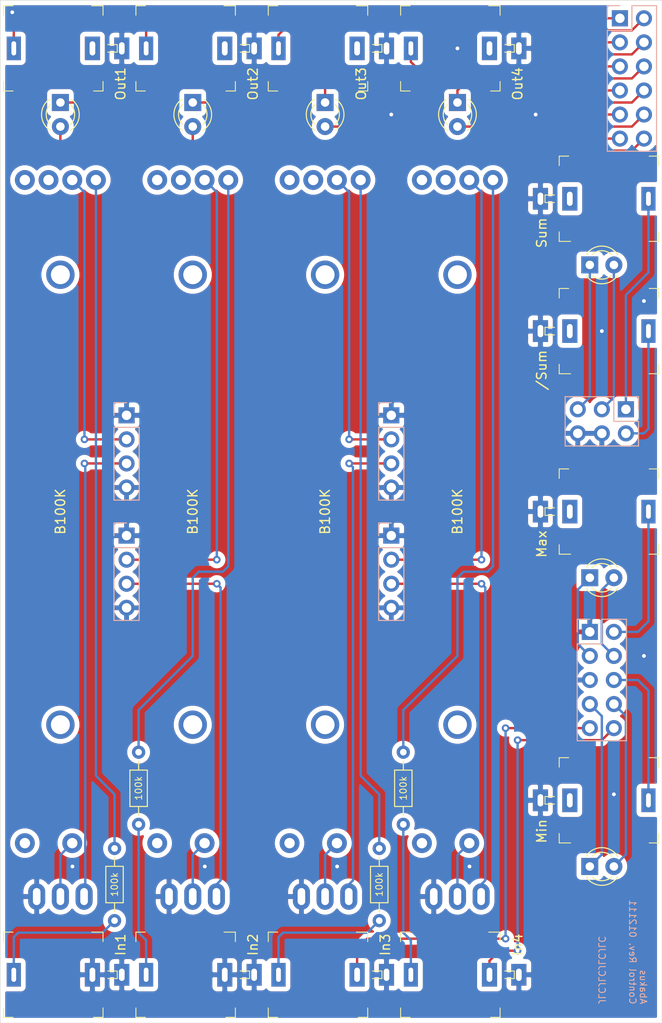
<source format=kicad_pcb>
(kicad_pcb (version 20171130) (host pcbnew "(5.1.9)-1")
  (layers (0 F.Cu signal) (31 B.Cu signal) (34 B.Paste user) (35 F.Paste user) (36 B.SilkS user) (37 F.SilkS user) (38 B.Mask user) (39 F.Mask user) (44 Edge.Cuts user))
  (net 0 "")
  (net 1 GND)
  (net 2 "Net-(J1-PadT)")
  (net 3 "Net-(J2-PadT)")
  (net 4 "Net-(J3-PadT)")
  (net 5 "Net-(J4-PadT)")
  (net 6 "Net-(P1-PadCCW)")
  (net 7 "Net-(P1-PadW)")
  (net 8 "Net-(P2-PadCCW)")
  (net 9 "Net-(P2-PadW)")
  (net 10 "Net-(P3-PadCCW)")
  (net 11 "Net-(P3-PadW)")
  (net 12 "Net-(P4-PadCCW)")
  (net 13 "Net-(P4-PadW)")
  (net 14 LED_Out_1_2)
  (net 15 LED_Out_1_1)
  (net 16 LED_Out_2_2)
  (net 17 LED_Out_2_1)
  (net 18 LED_Out_3_2)
  (net 19 LED_Out_3_1)
  (net 20 LED_Out_4_2)
  (net 21 LED_Out_4_1)
  (net 22 LED_Min_2)
  (net 23 LED_Min_1)
  (net 24 LED_Sum_2)
  (net 25 LED_Sum_1)
  (net 26 LED_Max_2)
  (net 27 LED_Max_1)
  (net 28 Out1)
  (net 29 Out2)
  (net 30 Out3)
  (net 31 Out4)
  (net 32 Inv_Sum)
  (net 33 Sum)
  (net 34 Max)
  (net 35 Min)
  (net 36 +In1)
  (net 37 +In2)
  (net 38 +In3)
  (net 39 +In4)
  (net 40 -In1)
  (net 41 -In2)
  (net 42 -In3)
  (net 43 -In4)
  (net 44 +5V)
  (net 45 +10V)
  (module Switches_Toggle_Additional:SMTS-102-2xxx (layer F.Cu) (at 48.26 94.615 180)
    (fp_text reference SW4 hide)
    (fp_text value Att/AV4 hide)
    (pad 3 thru_hole oval (at 2.5 0 180) (size 1.8 2.8) (drill oval 0.8 1.8) (layers *.Cu *.Mask) (net 1 GND))
    (pad 1 thru_hole oval (at -2.5 0 180) (size 1.8 2.8) (drill oval 0.8 1.8) (layers *.Cu *.Mask) (net 43 -In4))
    (pad 2 thru_hole oval (at 0 0 180) (size 1.8 2.8) (drill oval 0.8 1.8) (layers *.Cu *.Mask) (net 12 "Net-(P4-PadCCW)"))
  )
  (module Switches_Toggle_Additional:SMTS-102-2xxx (layer F.Cu) (at 34.29 94.615 180)
    (fp_text reference SW3 hide)
    (fp_text value Att/AV3 hide)
    (pad 3 thru_hole oval (at 2.5 0 180) (size 1.8 2.8) (drill oval 0.8 1.8) (layers *.Cu *.Mask) (net 1 GND))
    (pad 1 thru_hole oval (at -2.5 0 180) (size 1.8 2.8) (drill oval 0.8 1.8) (layers *.Cu *.Mask) (net 42 -In3))
    (pad 2 thru_hole oval (at 0 0 180) (size 1.8 2.8) (drill oval 0.8 1.8) (layers *.Cu *.Mask) (net 10 "Net-(P3-PadCCW)"))
  )
  (module Switches_Toggle_Additional:SMTS-102-2xxx (layer F.Cu) (at 20.32 94.615 180)
    (fp_text reference SW2 hide)
    (fp_text value Att/AV2 hide)
    (pad 3 thru_hole oval (at 2.5 0 180) (size 1.8 2.8) (drill oval 0.8 1.8) (layers *.Cu *.Mask) (net 1 GND))
    (pad 1 thru_hole oval (at -2.5 0 180) (size 1.8 2.8) (drill oval 0.8 1.8) (layers *.Cu *.Mask) (net 41 -In2))
    (pad 2 thru_hole oval (at 0 0 180) (size 1.8 2.8) (drill oval 0.8 1.8) (layers *.Cu *.Mask) (net 8 "Net-(P2-PadCCW)"))
  )
  (module Switches_Toggle_Additional:SMTS-102-2xxx (layer F.Cu) (at 6.35 94.615 180)
    (fp_text reference SW1 hide)
    (fp_text value Att/AV1 hide)
    (pad 3 thru_hole oval (at 2.5 0 180) (size 1.8 2.8) (drill oval 0.8 1.8) (layers *.Cu *.Mask) (net 1 GND))
    (pad 1 thru_hole oval (at -2.5 0 180) (size 1.8 2.8) (drill oval 0.8 1.8) (layers *.Cu *.Mask) (net 40 -In1))
    (pad 2 thru_hole oval (at 0 0 180) (size 1.8 2.8) (drill oval 0.8 1.8) (layers *.Cu *.Mask) (net 6 "Net-(P1-PadCCW)"))
  )
  (module Potentiometer_THT_Additional:Potentiometer_AlpsAlpine_RS6011YA9A07 (layer F.Cu) (at 48.26 53.975)
    (fp_text reference P4 hide)
    (fp_text value B100K (at 0 0 90) (layer F.SilkS))
    (pad CCW thru_hole circle (at 1.25 35) (size 2.1 2.1) (drill 1.1) (layers *.Cu *.Mask) (net 12 "Net-(P4-PadCCW)"))
    (pad "" np_thru_hole circle (at -3.75 35) (size 2.1 2.1) (drill 1.1) (layers *.Cu *.Mask))
    (pad W thru_hole circle (at 3.75 -35) (size 2.1 2.1) (drill 1.1) (layers *.Cu *.Mask) (net 13 "Net-(P4-PadW)"))
    (pad CW thru_hole circle (at 1.25 -35) (size 2.1 2.1) (drill 1.1) (layers *.Cu *.Mask) (net 39 +In4))
    (pad "" np_thru_hole circle (at -1.25 -35) (size 2.1 2.1) (drill 1.1) (layers *.Cu *.Mask))
    (pad "" np_thru_hole circle (at -3.75 -35) (size 2.1 2.1) (drill 1.1) (layers *.Cu *.Mask))
    (pad "" np_thru_hole circle (at 0 -25) (size 3 3) (drill 2) (layers *.Cu *.Mask))
    (pad "" np_thru_hole circle (at 0 22.5) (size 3 3) (drill 2) (layers *.Cu *.Mask))
  )
  (module Connector_PinSocket_2.54mm:PinSocket_2x05_P2.54mm_Vertical (layer B.Cu) (at 62.23 66.675 180)
    (fp_text reference J19 hide)
    (fp_text value MinMax)
    (pad 10 thru_hole oval (at -2.54 -10.16 180) (size 1.7 1.7) (drill 1) (layers *.Cu *.Mask) (net 45 +10V))
    (pad 9 thru_hole oval (at 0 -10.16 180) (size 1.7 1.7) (drill 1) (layers *.Cu *.Mask) (net 44 +5V))
    (pad 8 thru_hole oval (at -2.54 -7.62 180) (size 1.7 1.7) (drill 1) (layers *.Cu *.Mask) (net 22 LED_Min_2))
    (pad 7 thru_hole oval (at 0 -7.62 180) (size 1.7 1.7) (drill 1) (layers *.Cu *.Mask) (net 23 LED_Min_1))
    (pad 6 thru_hole oval (at -2.54 -5.08 180) (size 1.7 1.7) (drill 1) (layers *.Cu *.Mask) (net 35 Min))
    (pad 5 thru_hole oval (at 0 -5.08 180) (size 1.7 1.7) (drill 1) (layers *.Cu *.Mask) (net 1 GND))
    (pad 4 thru_hole oval (at -2.54 -2.54 180) (size 1.7 1.7) (drill 1) (layers *.Cu *.Mask) (net 26 LED_Max_2))
    (pad 3 thru_hole oval (at 0 -2.54 180) (size 1.7 1.7) (drill 1) (layers *.Cu *.Mask) (net 27 LED_Max_1))
    (pad 2 thru_hole oval (at -2.54 0 180) (size 1.7 1.7) (drill 1) (layers *.Cu *.Mask) (net 34 Max))
    (pad 1 thru_hole rect (at 0 0 180) (size 1.7 1.7) (drill 1) (layers *.Cu *.Mask) (net 1 GND))
  )
  (module Connector_PinSocket_2.54mm:PinSocket_2x03_P2.54mm_Vertical (layer B.Cu) (at 66.04 43.18 90)
    (fp_text reference J18 hide)
    (fp_text value Sum)
    (pad 6 thru_hole oval (at -2.54 -5.08 90) (size 1.7 1.7) (drill 1) (layers *.Cu *.Mask) (net 1 GND))
    (pad 5 thru_hole oval (at 0 -5.08 90) (size 1.7 1.7) (drill 1) (layers *.Cu *.Mask) (net 25 LED_Sum_1))
    (pad 4 thru_hole oval (at -2.54 -2.54 90) (size 1.7 1.7) (drill 1) (layers *.Cu *.Mask) (net 1 GND))
    (pad 3 thru_hole oval (at 0 -2.54 90) (size 1.7 1.7) (drill 1) (layers *.Cu *.Mask) (net 24 LED_Sum_2))
    (pad 2 thru_hole oval (at -2.54 0 90) (size 1.7 1.7) (drill 1) (layers *.Cu *.Mask) (net 32 Inv_Sum))
    (pad 1 thru_hole rect (at 0 0 90) (size 1.7 1.7) (drill 1) (layers *.Cu *.Mask) (net 33 Sum))
  )
  (module Connector_PinSocket_2.54mm:PinSocket_1x04_P2.54mm_Vertical (layer B.Cu) (at 41.275 56.515 180)
    (fp_text reference J17 hide)
    (fp_text value In4)
    (pad 4 thru_hole oval (at 0 -7.62 180) (size 1.7 1.7) (drill 1) (layers *.Cu *.Mask) (net 1 GND))
    (pad 3 thru_hole oval (at 0 -5.08 180) (size 1.7 1.7) (drill 1) (layers *.Cu *.Mask) (net 43 -In4))
    (pad 2 thru_hole oval (at 0 -2.54 180) (size 1.7 1.7) (drill 1) (layers *.Cu *.Mask) (net 39 +In4))
    (pad 1 thru_hole rect (at 0 0 180) (size 1.7 1.7) (drill 1) (layers *.Cu *.Mask) (net 1 GND))
  )
  (module Connector_PinSocket_2.54mm:PinSocket_1x04_P2.54mm_Vertical (layer B.Cu) (at 41.275 43.815 180)
    (fp_text reference J16 hide)
    (fp_text value In3)
    (pad 4 thru_hole oval (at 0 -7.62 180) (size 1.7 1.7) (drill 1) (layers *.Cu *.Mask) (net 1 GND))
    (pad 3 thru_hole oval (at 0 -5.08 180) (size 1.7 1.7) (drill 1) (layers *.Cu *.Mask) (net 42 -In3))
    (pad 2 thru_hole oval (at 0 -2.54 180) (size 1.7 1.7) (drill 1) (layers *.Cu *.Mask) (net 38 +In3))
    (pad 1 thru_hole rect (at 0 0 180) (size 1.7 1.7) (drill 1) (layers *.Cu *.Mask) (net 1 GND))
  )
  (module Connector_PinSocket_2.54mm:PinSocket_1x04_P2.54mm_Vertical (layer B.Cu) (at 13.335 56.515 180)
    (fp_text reference J15 hide)
    (fp_text value In2)
    (pad 4 thru_hole oval (at 0 -7.62 180) (size 1.7 1.7) (drill 1) (layers *.Cu *.Mask) (net 1 GND))
    (pad 3 thru_hole oval (at 0 -5.08 180) (size 1.7 1.7) (drill 1) (layers *.Cu *.Mask) (net 41 -In2))
    (pad 2 thru_hole oval (at 0 -2.54 180) (size 1.7 1.7) (drill 1) (layers *.Cu *.Mask) (net 37 +In2))
    (pad 1 thru_hole rect (at 0 0 180) (size 1.7 1.7) (drill 1) (layers *.Cu *.Mask) (net 1 GND))
  )
  (module Connector_PinSocket_2.54mm:PinSocket_1x04_P2.54mm_Vertical (layer B.Cu) (at 13.335 43.815 180)
    (fp_text reference J14 hide)
    (fp_text value In1)
    (pad 4 thru_hole oval (at 0 -7.62 180) (size 1.7 1.7) (drill 1) (layers *.Cu *.Mask) (net 1 GND))
    (pad 3 thru_hole oval (at 0 -5.08 180) (size 1.7 1.7) (drill 1) (layers *.Cu *.Mask) (net 40 -In1))
    (pad 2 thru_hole oval (at 0 -2.54 180) (size 1.7 1.7) (drill 1) (layers *.Cu *.Mask) (net 36 +In1))
    (pad 1 thru_hole rect (at 0 0 180) (size 1.7 1.7) (drill 1) (layers *.Cu *.Mask) (net 1 GND))
  )
  (module Connector_PinSocket_2.54mm:PinSocket_2x06_P2.54mm_Vertical (layer B.Cu) (at 65.405 1.905 180)
    (fp_text reference J13 hide)
    (fp_text value Out)
    (pad 12 thru_hole oval (at -2.54 -12.7 180) (size 1.7 1.7) (drill 1) (layers *.Cu *.Mask) (net 14 LED_Out_1_2))
    (pad 11 thru_hole oval (at 0 -12.7 180) (size 1.7 1.7) (drill 1) (layers *.Cu *.Mask) (net 15 LED_Out_1_1))
    (pad 10 thru_hole oval (at -2.54 -10.16 180) (size 1.7 1.7) (drill 1) (layers *.Cu *.Mask) (net 16 LED_Out_2_2))
    (pad 9 thru_hole oval (at 0 -10.16 180) (size 1.7 1.7) (drill 1) (layers *.Cu *.Mask) (net 17 LED_Out_2_1))
    (pad 8 thru_hole oval (at -2.54 -7.62 180) (size 1.7 1.7) (drill 1) (layers *.Cu *.Mask) (net 20 LED_Out_4_2))
    (pad 7 thru_hole oval (at 0 -7.62 180) (size 1.7 1.7) (drill 1) (layers *.Cu *.Mask) (net 21 LED_Out_4_1))
    (pad 6 thru_hole oval (at -2.54 -5.08 180) (size 1.7 1.7) (drill 1) (layers *.Cu *.Mask) (net 18 LED_Out_3_2))
    (pad 5 thru_hole oval (at 0 -5.08 180) (size 1.7 1.7) (drill 1) (layers *.Cu *.Mask) (net 19 LED_Out_3_1))
    (pad 4 thru_hole oval (at -2.54 -2.54 180) (size 1.7 1.7) (drill 1) (layers *.Cu *.Mask) (net 31 Out4))
    (pad 3 thru_hole oval (at 0 -2.54 180) (size 1.7 1.7) (drill 1) (layers *.Cu *.Mask) (net 30 Out3))
    (pad 2 thru_hole oval (at -2.54 0 180) (size 1.7 1.7) (drill 1) (layers *.Cu *.Mask) (net 29 Out2))
    (pad 1 thru_hole rect (at 0 0 180) (size 1.7 1.7) (drill 1) (layers *.Cu *.Mask) (net 28 Out1))
  )
  (module Resistor_THT:R_Axial_DIN0204_L3.6mm_D1.6mm_P7.62mm_Horizontal (layer F.Cu) (at 42.545 79.375 270)
    (fp_text reference R4 hide)
    (fp_text value 100k (at 3.81 0 90) (layer F.SilkS) (effects (font (size 0.7 0.7) (thickness 0.1))))
    (pad 2 thru_hole oval (at 7.62 0 270) (size 1.4 1.4) (drill 0.7) (layers *.Cu *.Mask) (net 5 "Net-(J4-PadT)"))
    (pad 1 thru_hole circle (at 0 0 270) (size 1.4 1.4) (drill 0.7) (layers *.Cu *.Mask) (net 13 "Net-(P4-PadW)"))
  )
  (module Resistor_THT:R_Axial_DIN0204_L3.6mm_D1.6mm_P7.62mm_Horizontal (layer F.Cu) (at 40.005 89.535 270)
    (fp_text reference R3 hide)
    (fp_text value 100k (at 3.81 0 90) (layer F.SilkS) (effects (font (size 0.7 0.7) (thickness 0.1))))
    (pad 2 thru_hole oval (at 7.62 0 270) (size 1.4 1.4) (drill 0.7) (layers *.Cu *.Mask) (net 4 "Net-(J3-PadT)"))
    (pad 1 thru_hole circle (at 0 0 270) (size 1.4 1.4) (drill 0.7) (layers *.Cu *.Mask) (net 11 "Net-(P3-PadW)"))
  )
  (module Resistor_THT:R_Axial_DIN0204_L3.6mm_D1.6mm_P7.62mm_Horizontal (layer F.Cu) (at 14.605 79.375 270)
    (fp_text reference R2 hide)
    (fp_text value 100k (at 3.81 0 90) (layer F.SilkS) (effects (font (size 0.7 0.7) (thickness 0.1))))
    (pad 2 thru_hole oval (at 7.62 0 270) (size 1.4 1.4) (drill 0.7) (layers *.Cu *.Mask) (net 3 "Net-(J2-PadT)"))
    (pad 1 thru_hole circle (at 0 0 270) (size 1.4 1.4) (drill 0.7) (layers *.Cu *.Mask) (net 9 "Net-(P2-PadW)"))
  )
  (module Resistor_THT:R_Axial_DIN0204_L3.6mm_D1.6mm_P7.62mm_Horizontal (layer F.Cu) (at 12.065 89.535 270)
    (fp_text reference R1 hide)
    (fp_text value 100k (at 3.81 0 90) (layer F.SilkS) (effects (font (size 0.7 0.7) (thickness 0.1))))
    (pad 2 thru_hole oval (at 7.62 0 270) (size 1.4 1.4) (drill 0.7) (layers *.Cu *.Mask) (net 2 "Net-(J1-PadT)"))
    (pad 1 thru_hole circle (at 0 0 270) (size 1.4 1.4) (drill 0.7) (layers *.Cu *.Mask) (net 7 "Net-(P1-PadW)"))
  )
  (module Connector_Audio_QingPu:Jack_3.5mm_QingPu_WQP-PJ301M-12 (layer F.Cu) (at 63.5 84.455 270)
    (fp_text reference J12 hide)
    (fp_text value Min (at 1.905 6.35 90) (layer F.SilkS) (effects (justify right)))
    (pad T thru_hole rect (at 0 -4.92 270) (size 2.5 1.5) (drill oval 1.5 0.5) (layers *.Cu *.Mask) (net 35 Min))
    (pad TN thru_hole rect (at 0 3.38 270) (size 2.5 1.6) (drill oval 1.5 0.6) (layers *.Cu *.Mask))
    (pad S thru_hole rect (at 0 6.48 270) (size 2.3 1.6) (drill oval 1.3 0.6) (layers *.Cu *.Mask) (net 1 GND))
  )
  (module Connector_Audio_QingPu:Jack_3.5mm_QingPu_WQP-PJ301M-12 (layer F.Cu) (at 63.5 53.975 270)
    (fp_text reference J11 hide)
    (fp_text value Max (at 1.905 6.35 90) (layer F.SilkS) (effects (justify right)))
    (pad T thru_hole rect (at 0 -4.92 270) (size 2.5 1.5) (drill oval 1.5 0.5) (layers *.Cu *.Mask) (net 34 Max))
    (pad TN thru_hole rect (at 0 3.38 270) (size 2.5 1.6) (drill oval 1.5 0.6) (layers *.Cu *.Mask))
    (pad S thru_hole rect (at 0 6.48 270) (size 2.3 1.6) (drill oval 1.3 0.6) (layers *.Cu *.Mask) (net 1 GND))
  )
  (module Connector_Audio_QingPu:Jack_3.5mm_QingPu_WQP-PJ301M-12 (layer F.Cu) (at 63.5 20.955 270)
    (fp_text reference J10 hide)
    (fp_text value Sum (at 1.905 6.35 90) (layer F.SilkS) (effects (justify right)))
    (pad T thru_hole rect (at 0 -4.92 270) (size 2.5 1.5) (drill oval 1.5 0.5) (layers *.Cu *.Mask) (net 33 Sum))
    (pad TN thru_hole rect (at 0 3.38 270) (size 2.5 1.6) (drill oval 1.5 0.6) (layers *.Cu *.Mask))
    (pad S thru_hole rect (at 0 6.48 270) (size 2.3 1.6) (drill oval 1.3 0.6) (layers *.Cu *.Mask) (net 1 GND))
  )
  (module Connector_Audio_QingPu:Jack_3.5mm_QingPu_WQP-PJ301M-12 (layer F.Cu) (at 63.5 34.925 270)
    (fp_text reference J9 hide)
    (fp_text value /Sum (at 1.905 6.35 90) (layer F.SilkS) (effects (justify right)))
    (pad T thru_hole rect (at 0 -4.92 270) (size 2.5 1.5) (drill oval 1.5 0.5) (layers *.Cu *.Mask) (net 32 Inv_Sum))
    (pad TN thru_hole rect (at 0 3.38 270) (size 2.5 1.6) (drill oval 1.5 0.6) (layers *.Cu *.Mask))
    (pad S thru_hole rect (at 0 6.48 270) (size 2.3 1.6) (drill oval 1.3 0.6) (layers *.Cu *.Mask) (net 1 GND))
  )
  (module LED_THT:LED_D3.0mm (layer F.Cu) (at 62.23 60.96)
    (fp_text reference D7 hide)
    (fp_text value Max hide)
    (pad 2 thru_hole circle (at 2.54 0) (size 1.8 1.8) (drill 0.9) (layers *.Cu *.Mask) (net 26 LED_Max_2))
    (pad 1 thru_hole rect (at 0 0) (size 1.8 1.8) (drill 0.9) (layers *.Cu *.Mask) (net 27 LED_Max_1))
  )
  (module LED_THT:LED_D3.0mm (layer F.Cu) (at 62.23 27.94)
    (fp_text reference D6 hide)
    (fp_text value Sum hide)
    (pad 2 thru_hole circle (at 2.54 0) (size 1.8 1.8) (drill 0.9) (layers *.Cu *.Mask) (net 24 LED_Sum_2))
    (pad 1 thru_hole rect (at 0 0) (size 1.8 1.8) (drill 0.9) (layers *.Cu *.Mask) (net 25 LED_Sum_1))
  )
  (module LED_THT:LED_D3.0mm (layer F.Cu) (at 62.23 91.44)
    (fp_text reference D5 hide)
    (fp_text value Min hide)
    (pad 2 thru_hole circle (at 2.54 0) (size 1.8 1.8) (drill 0.9) (layers *.Cu *.Mask) (net 22 LED_Min_2))
    (pad 1 thru_hole rect (at 0 0) (size 1.8 1.8) (drill 0.9) (layers *.Cu *.Mask) (net 23 LED_Min_1))
  )
  (module LED_THT:LED_D3.0mm (layer F.Cu) (at 48.26 10.795 270)
    (fp_text reference D4 hide)
    (fp_text value Out4 hide)
    (pad 2 thru_hole circle (at 2.54 0 270) (size 1.8 1.8) (drill 0.9) (layers *.Cu *.Mask) (net 20 LED_Out_4_2))
    (pad 1 thru_hole rect (at 0 0 270) (size 1.8 1.8) (drill 0.9) (layers *.Cu *.Mask) (net 21 LED_Out_4_1))
  )
  (module LED_THT:LED_D3.0mm (layer F.Cu) (at 34.29 10.795 270)
    (fp_text reference D3 hide)
    (fp_text value Out3 hide)
    (pad 2 thru_hole circle (at 2.54 0 270) (size 1.8 1.8) (drill 0.9) (layers *.Cu *.Mask) (net 18 LED_Out_3_2))
    (pad 1 thru_hole rect (at 0 0 270) (size 1.8 1.8) (drill 0.9) (layers *.Cu *.Mask) (net 19 LED_Out_3_1))
  )
  (module LED_THT:LED_D3.0mm (layer F.Cu) (at 20.32 10.795 270)
    (fp_text reference D2 hide)
    (fp_text value Out2 hide)
    (pad 2 thru_hole circle (at 2.54 0 270) (size 1.8 1.8) (drill 0.9) (layers *.Cu *.Mask) (net 16 LED_Out_2_2))
    (pad 1 thru_hole rect (at 0 0 270) (size 1.8 1.8) (drill 0.9) (layers *.Cu *.Mask) (net 17 LED_Out_2_1))
  )
  (module LED_THT:LED_D3.0mm (layer F.Cu) (at 6.35 10.795 270)
    (fp_text reference D1 hide)
    (fp_text value Out1 hide)
    (pad 2 thru_hole circle (at 2.54 0 270) (size 1.8 1.8) (drill 0.9) (layers *.Cu *.Mask) (net 14 LED_Out_1_2))
    (pad 1 thru_hole rect (at 0 0 270) (size 1.8 1.8) (drill 0.9) (layers *.Cu *.Mask) (net 15 LED_Out_1_1))
  )
  (module Potentiometer_THT_Additional:Potentiometer_AlpsAlpine_RS6011YA9A07 (layer F.Cu) (at 34.29 53.975)
    (fp_text reference P3 hide)
    (fp_text value B100K (at 0 0 90) (layer F.SilkS))
    (pad CCW thru_hole circle (at 1.25 35) (size 2.1 2.1) (drill 1.1) (layers *.Cu *.Mask) (net 10 "Net-(P3-PadCCW)"))
    (pad "" np_thru_hole circle (at -3.75 35) (size 2.1 2.1) (drill 1.1) (layers *.Cu *.Mask))
    (pad W thru_hole circle (at 3.75 -35) (size 2.1 2.1) (drill 1.1) (layers *.Cu *.Mask) (net 11 "Net-(P3-PadW)"))
    (pad CW thru_hole circle (at 1.25 -35) (size 2.1 2.1) (drill 1.1) (layers *.Cu *.Mask) (net 38 +In3))
    (pad "" np_thru_hole circle (at -1.25 -35) (size 2.1 2.1) (drill 1.1) (layers *.Cu *.Mask))
    (pad "" np_thru_hole circle (at -3.75 -35) (size 2.1 2.1) (drill 1.1) (layers *.Cu *.Mask))
    (pad "" np_thru_hole circle (at 0 -25) (size 3 3) (drill 2) (layers *.Cu *.Mask))
    (pad "" np_thru_hole circle (at 0 22.5) (size 3 3) (drill 2) (layers *.Cu *.Mask))
  )
  (module Potentiometer_THT_Additional:Potentiometer_AlpsAlpine_RS6011YA9A07 (layer F.Cu) (at 20.32 53.975)
    (fp_text reference P2 hide)
    (fp_text value B100K (at 0 0 90) (layer F.SilkS))
    (pad CCW thru_hole circle (at 1.25 35) (size 2.1 2.1) (drill 1.1) (layers *.Cu *.Mask) (net 8 "Net-(P2-PadCCW)"))
    (pad "" np_thru_hole circle (at -3.75 35) (size 2.1 2.1) (drill 1.1) (layers *.Cu *.Mask))
    (pad W thru_hole circle (at 3.75 -35) (size 2.1 2.1) (drill 1.1) (layers *.Cu *.Mask) (net 9 "Net-(P2-PadW)"))
    (pad CW thru_hole circle (at 1.25 -35) (size 2.1 2.1) (drill 1.1) (layers *.Cu *.Mask) (net 37 +In2))
    (pad "" np_thru_hole circle (at -1.25 -35) (size 2.1 2.1) (drill 1.1) (layers *.Cu *.Mask))
    (pad "" np_thru_hole circle (at -3.75 -35) (size 2.1 2.1) (drill 1.1) (layers *.Cu *.Mask))
    (pad "" np_thru_hole circle (at 0 -25) (size 3 3) (drill 2) (layers *.Cu *.Mask))
    (pad "" np_thru_hole circle (at 0 22.5) (size 3 3) (drill 2) (layers *.Cu *.Mask))
  )
  (module Potentiometer_THT_Additional:Potentiometer_AlpsAlpine_RS6011YA9A07 (layer F.Cu) (at 6.35 53.975)
    (fp_text reference P1 hide)
    (fp_text value B100K (at 0 0 90) (layer F.SilkS))
    (pad CCW thru_hole circle (at 1.25 35) (size 2.1 2.1) (drill 1.1) (layers *.Cu *.Mask) (net 6 "Net-(P1-PadCCW)"))
    (pad "" np_thru_hole circle (at -3.75 35) (size 2.1 2.1) (drill 1.1) (layers *.Cu *.Mask))
    (pad W thru_hole circle (at 3.75 -35) (size 2.1 2.1) (drill 1.1) (layers *.Cu *.Mask) (net 7 "Net-(P1-PadW)"))
    (pad CW thru_hole circle (at 1.25 -35) (size 2.1 2.1) (drill 1.1) (layers *.Cu *.Mask) (net 36 +In1))
    (pad "" np_thru_hole circle (at -1.25 -35) (size 2.1 2.1) (drill 1.1) (layers *.Cu *.Mask))
    (pad "" np_thru_hole circle (at -3.75 -35) (size 2.1 2.1) (drill 1.1) (layers *.Cu *.Mask))
    (pad "" np_thru_hole circle (at 0 -25) (size 3 3) (drill 2) (layers *.Cu *.Mask))
    (pad "" np_thru_hole circle (at 0 22.5) (size 3 3) (drill 2) (layers *.Cu *.Mask))
  )
  (module Connector_Audio_QingPu:Jack_3.5mm_QingPu_WQP-PJ301M-12 (layer F.Cu) (at 48.26 5.08 90)
    (fp_text reference J8 hide)
    (fp_text value Out4 (at -1.905 6.35 90) (layer F.SilkS) (effects (justify right)))
    (pad T thru_hole rect (at 0 -4.92 90) (size 2.5 1.5) (drill oval 1.5 0.5) (layers *.Cu *.Mask) (net 31 Out4))
    (pad TN thru_hole rect (at 0 3.38 90) (size 2.5 1.6) (drill oval 1.5 0.6) (layers *.Cu *.Mask))
    (pad S thru_hole rect (at 0 6.48 90) (size 2.3 1.6) (drill oval 1.3 0.6) (layers *.Cu *.Mask) (net 1 GND))
  )
  (module Connector_Audio_QingPu:Jack_3.5mm_QingPu_WQP-PJ301M-12 (layer F.Cu) (at 34.29 5.08 90)
    (fp_text reference J7 hide)
    (fp_text value Out3 (at -1.905 3.81 90) (layer F.SilkS) (effects (justify right)))
    (pad T thru_hole rect (at 0 -4.92 90) (size 2.5 1.5) (drill oval 1.5 0.5) (layers *.Cu *.Mask) (net 30 Out3))
    (pad TN thru_hole rect (at 0 3.38 90) (size 2.5 1.6) (drill oval 1.5 0.6) (layers *.Cu *.Mask))
    (pad S thru_hole rect (at 0 6.48 90) (size 2.3 1.6) (drill oval 1.3 0.6) (layers *.Cu *.Mask) (net 1 GND))
  )
  (module Connector_Audio_QingPu:Jack_3.5mm_QingPu_WQP-PJ301M-12 (layer F.Cu) (at 20.32 5.08 90)
    (fp_text reference J6 hide)
    (fp_text value Out2 (at -1.905 6.35 90) (layer F.SilkS) (effects (justify right)))
    (pad T thru_hole rect (at 0 -4.92 90) (size 2.5 1.5) (drill oval 1.5 0.5) (layers *.Cu *.Mask) (net 29 Out2))
    (pad TN thru_hole rect (at 0 3.38 90) (size 2.5 1.6) (drill oval 1.5 0.6) (layers *.Cu *.Mask))
    (pad S thru_hole rect (at 0 6.48 90) (size 2.3 1.6) (drill oval 1.3 0.6) (layers *.Cu *.Mask) (net 1 GND))
  )
  (module Connector_Audio_QingPu:Jack_3.5mm_QingPu_WQP-PJ301M-12 (layer F.Cu) (at 6.35 5.08 90)
    (fp_text reference J5 hide)
    (fp_text value Out1 (at -1.905 6.35 90) (layer F.SilkS) (effects (justify right)))
    (pad T thru_hole rect (at 0 -4.92 90) (size 2.5 1.5) (drill oval 1.5 0.5) (layers *.Cu *.Mask) (net 28 Out1))
    (pad TN thru_hole rect (at 0 3.38 90) (size 2.5 1.6) (drill oval 1.5 0.6) (layers *.Cu *.Mask))
    (pad S thru_hole rect (at 0 6.48 90) (size 2.3 1.6) (drill oval 1.3 0.6) (layers *.Cu *.Mask) (net 1 GND))
  )
  (module Connector_Audio_QingPu:Jack_3.5mm_QingPu_WQP-PJ301M-12 (layer F.Cu) (at 48.26 102.87 90)
    (fp_text reference J4 hide)
    (fp_text value In4 (at 1.905 6.35 90) (layer F.SilkS) (effects (justify left)))
    (pad T thru_hole rect (at 0 -4.92 90) (size 2.5 1.5) (drill oval 1.5 0.5) (layers *.Cu *.Mask) (net 5 "Net-(J4-PadT)"))
    (pad TN thru_hole rect (at 0 3.38 90) (size 2.5 1.6) (drill oval 1.5 0.6) (layers *.Cu *.Mask) (net 45 +10V))
    (pad S thru_hole rect (at 0 6.48 90) (size 2.3 1.6) (drill oval 1.3 0.6) (layers *.Cu *.Mask) (net 1 GND))
  )
  (module Connector_Audio_QingPu:Jack_3.5mm_QingPu_WQP-PJ301M-12 (layer F.Cu) (at 34.29 102.87 90)
    (fp_text reference J3 hide)
    (fp_text value In3 (at 1.905 6.35 90) (layer F.SilkS) (effects (justify left)))
    (pad T thru_hole rect (at 0 -4.92 90) (size 2.5 1.5) (drill oval 1.5 0.5) (layers *.Cu *.Mask) (net 4 "Net-(J3-PadT)"))
    (pad TN thru_hole rect (at 0 3.38 90) (size 2.5 1.6) (drill oval 1.5 0.6) (layers *.Cu *.Mask) (net 44 +5V))
    (pad S thru_hole rect (at 0 6.48 90) (size 2.3 1.6) (drill oval 1.3 0.6) (layers *.Cu *.Mask) (net 1 GND))
  )
  (module Connector_Audio_QingPu:Jack_3.5mm_QingPu_WQP-PJ301M-12 (layer F.Cu) (at 20.32 102.87 90)
    (fp_text reference J2 hide)
    (fp_text value In2 (at 1.905 6.35 90) (layer F.SilkS) (effects (justify left)))
    (pad T thru_hole rect (at 0 -4.92 90) (size 2.5 1.5) (drill oval 1.5 0.5) (layers *.Cu *.Mask) (net 3 "Net-(J2-PadT)"))
    (pad TN thru_hole rect (at 0 3.38 90) (size 2.5 1.6) (drill oval 1.5 0.6) (layers *.Cu *.Mask) (net 1 GND))
    (pad S thru_hole rect (at 0 6.48 90) (size 2.3 1.6) (drill oval 1.3 0.6) (layers *.Cu *.Mask) (net 1 GND))
  )
  (module Connector_Audio_QingPu:Jack_3.5mm_QingPu_WQP-PJ301M-12 (layer F.Cu) (at 6.35 102.87 90)
    (fp_text reference J1 hide)
    (fp_text value In1 (at 1.905 6.35 90) (layer F.SilkS) (effects (justify left)))
    (pad T thru_hole rect (at 0 -4.92 90) (size 2.5 1.5) (drill oval 1.5 0.5) (layers *.Cu *.Mask) (net 2 "Net-(J1-PadT)"))
    (pad TN thru_hole rect (at 0 3.38 90) (size 2.5 1.6) (drill oval 1.5 0.6) (layers *.Cu *.Mask) (net 1 GND))
    (pad S thru_hole rect (at 0 6.48 90) (size 2.3 1.6) (drill oval 1.3 0.6) (layers *.Cu *.Mask) (net 1 GND))
  )
  (gr_text JLCJLCJLCJLC (at 63.5 106.045 -90) (layer B.SilkS) (effects (font (size 0.7 0.7) (thickness 0.1)) (justify left mirror)))
  (gr_text "Abakus\nControl Rev. 012111" (at 67.31 106.045 270) (layer B.SilkS) (effects (font (size 0.7 0.7) (thickness 0.1)) (justify left mirror)))
  (gr_line (start 0 107.95) (end 0 0) (layer Edge.Cuts) (width 0.05))
  (gr_line (start 69.85 107.95) (end 0 107.95) (layer Edge.Cuts) (width 0.05))
  (gr_line (start 69.85 0) (end 69.85 107.95) (layer Edge.Cuts) (width 0.05))
  (gr_line (start 0 0) (end 69.85 0) (layer Edge.Cuts) (width 0.05))
  (via (at 41.275 12.065) (size 0.8) (drill 0.4) (layers F.Cu B.Cu) (net 1))
  (via (at 56.515 12.065) (size 0.8) (drill 0.4) (layers F.Cu B.Cu) (net 1))
  (via (at 48.26 5.08) (size 0.8) (drill 0.4) (layers F.Cu B.Cu) (net 1))
  (via (at 1.27 1.27) (size 0.8) (drill 0.4) (layers F.Cu B.Cu) (net 1))
  (via (at 63.5 34.925) (size 0.8) (drill 0.4) (layers F.Cu B.Cu) (net 1))
  (via (at 67.945 31.75) (size 0.8) (drill 0.4) (layers F.Cu B.Cu) (net 1))
  (via (at 67.945 69.215) (size 0.8) (drill 0.4) (layers F.Cu B.Cu) (net 1))
  (via (at 64.77 83.82) (size 0.8) (drill 0.4) (layers F.Cu B.Cu) (net 1))
  (via (at 35.56 91.44) (size 0.8) (drill 0.4) (layers F.Cu B.Cu) (net 1))
  (via (at 49.53 91.44) (size 0.8) (drill 0.4) (layers F.Cu B.Cu) (net 1))
  (via (at 21.59 91.44) (size 0.8) (drill 0.4) (layers F.Cu B.Cu) (net 1))
  (via (at 7.62 91.44) (size 0.8) (drill 0.4) (layers F.Cu B.Cu) (net 1))
  (segment (start 1.43 102.87) (end 1.43 98.9) (width 0.25) (layer B.Cu) (net 2))
  (segment (start 1.43 98.9) (end 1.905 98.425) (width 0.25) (layer B.Cu) (net 2))
  (segment (start 10.795 98.425) (end 12.065 97.155) (width 0.25) (layer B.Cu) (net 2))
  (segment (start 1.905 98.425) (end 10.795 98.425) (width 0.25) (layer B.Cu) (net 2))
  (segment (start 15.4 102.87) (end 15.4 99.22) (width 0.25) (layer B.Cu) (net 3))
  (segment (start 14.605 98.425) (end 14.605 86.995) (width 0.25) (layer B.Cu) (net 3))
  (segment (start 15.4 99.22) (end 14.605 98.425) (width 0.25) (layer B.Cu) (net 3))
  (segment (start 29.37 102.87) (end 29.37 98.9) (width 0.25) (layer B.Cu) (net 4))
  (segment (start 29.37 98.9) (end 29.845 98.425) (width 0.25) (layer B.Cu) (net 4))
  (segment (start 38.735 98.425) (end 40.005 97.155) (width 0.25) (layer B.Cu) (net 4))
  (segment (start 29.845 98.425) (end 38.735 98.425) (width 0.25) (layer B.Cu) (net 4))
  (segment (start 43.34 102.87) (end 43.34 99.22) (width 0.25) (layer B.Cu) (net 5))
  (segment (start 42.545 98.425) (end 42.545 86.995) (width 0.25) (layer B.Cu) (net 5))
  (segment (start 43.34 99.22) (end 42.545 98.425) (width 0.25) (layer B.Cu) (net 5))
  (segment (start 6.35 90.225) (end 7.6 88.975) (width 0.25) (layer B.Cu) (net 6))
  (segment (start 6.35 93.345) (end 6.35 90.225) (width 0.25) (layer B.Cu) (net 6))
  (segment (start 10.16 19.035) (end 10.1 18.975) (width 0.25) (layer B.Cu) (net 7))
  (segment (start 10.1 81.855) (end 10.1 18.975) (width 0.25) (layer B.Cu) (net 7))
  (segment (start 12.065 83.82) (end 10.1 81.855) (width 0.25) (layer B.Cu) (net 7))
  (segment (start 12.065 89.535) (end 12.065 83.82) (width 0.25) (layer B.Cu) (net 7))
  (segment (start 20.32 90.225) (end 21.57 88.975) (width 0.25) (layer B.Cu) (net 8))
  (segment (start 20.32 93.345) (end 20.32 90.225) (width 0.25) (layer B.Cu) (net 8))
  (segment (start 24.13 19.035) (end 24.07 18.975) (width 0.25) (layer B.Cu) (net 9))
  (segment (start 14.605 79.375) (end 14.605 74.93) (width 0.25) (layer B.Cu) (net 9))
  (segment (start 14.605 74.93) (end 20.32 69.215) (width 0.25) (layer B.Cu) (net 9))
  (segment (start 20.32 69.215) (end 20.32 60.96) (width 0.25) (layer B.Cu) (net 9))
  (segment (start 20.32 60.96) (end 20.955 60.325) (width 0.25) (layer B.Cu) (net 9))
  (segment (start 20.955 60.325) (end 23.495 60.325) (width 0.25) (layer B.Cu) (net 9))
  (segment (start 24.07 59.75) (end 23.495 60.325) (width 0.25) (layer B.Cu) (net 9))
  (segment (start 24.07 18.975) (end 24.07 59.75) (width 0.25) (layer B.Cu) (net 9))
  (segment (start 34.29 90.225) (end 35.54 88.975) (width 0.25) (layer B.Cu) (net 10))
  (segment (start 34.29 93.345) (end 34.29 90.225) (width 0.25) (layer B.Cu) (net 10))
  (segment (start 38.04 18.975) (end 38.04 81.855) (width 0.25) (layer B.Cu) (net 11))
  (segment (start 40.005 83.82) (end 40.005 89.535) (width 0.25) (layer B.Cu) (net 11))
  (segment (start 38.04 81.855) (end 40.005 83.82) (width 0.25) (layer B.Cu) (net 11))
  (segment (start 48.26 90.225) (end 49.51 88.975) (width 0.25) (layer B.Cu) (net 12))
  (segment (start 48.26 93.345) (end 48.26 90.225) (width 0.25) (layer B.Cu) (net 12))
  (segment (start 52.07 19.035) (end 52.01 18.975) (width 0.25) (layer B.Cu) (net 13))
  (segment (start 52.01 18.975) (end 52.01 59.75) (width 0.25) (layer B.Cu) (net 13))
  (segment (start 52.01 59.75) (end 51.435 60.325) (width 0.25) (layer B.Cu) (net 13))
  (segment (start 42.545 79.375) (end 42.545 74.93) (width 0.25) (layer B.Cu) (net 13))
  (segment (start 42.545 74.93) (end 48.26 69.215) (width 0.25) (layer B.Cu) (net 13))
  (segment (start 48.26 69.215) (end 48.26 60.96) (width 0.25) (layer B.Cu) (net 13))
  (segment (start 48.26 60.96) (end 48.895 60.325) (width 0.25) (layer B.Cu) (net 13))
  (segment (start 48.895 60.325) (end 50.8 60.325) (width 0.25) (layer B.Cu) (net 13))
  (segment (start 50.8 60.325) (end 51.435 60.325) (width 0.25) (layer B.Cu) (net 13))
  (segment (start 6.35 16.51) (end 6.35 13.335) (width 0.25) (layer F.Cu) (net 14))
  (segment (start 6.985 17.145) (end 6.35 16.51) (width 0.25) (layer F.Cu) (net 14))
  (segment (start 62.23 17.145) (end 6.985 17.145) (width 0.25) (layer F.Cu) (net 14))
  (segment (start 63.5 15.875) (end 62.23 17.145) (width 0.25) (layer F.Cu) (net 14))
  (segment (start 66.675 15.875) (end 63.5 15.875) (width 0.25) (layer F.Cu) (net 14))
  (segment (start 67.945 14.605) (end 66.675 15.875) (width 0.25) (layer F.Cu) (net 14))
  (segment (start 8.255 10.795) (end 6.35 10.795) (width 0.25) (layer F.Cu) (net 15))
  (segment (start 8.89 11.43) (end 8.255 10.795) (width 0.25) (layer F.Cu) (net 15))
  (segment (start 8.89 15.875) (end 8.89 11.43) (width 0.25) (layer F.Cu) (net 15))
  (segment (start 61.595 16.51) (end 9.525 16.51) (width 0.25) (layer F.Cu) (net 15))
  (segment (start 9.525 16.51) (end 8.89 15.875) (width 0.25) (layer F.Cu) (net 15))
  (segment (start 63.5 14.605) (end 61.595 16.51) (width 0.25) (layer F.Cu) (net 15))
  (segment (start 65.405 14.605) (end 63.5 14.605) (width 0.25) (layer F.Cu) (net 15))
  (segment (start 20.32 15.24) (end 20.32 13.335) (width 0.25) (layer F.Cu) (net 16))
  (segment (start 20.955 15.875) (end 20.32 15.24) (width 0.25) (layer F.Cu) (net 16))
  (segment (start 60.96 15.875) (end 20.955 15.875) (width 0.25) (layer F.Cu) (net 16))
  (segment (start 66.675 13.335) (end 63.5 13.335) (width 0.25) (layer F.Cu) (net 16))
  (segment (start 63.5 13.335) (end 60.96 15.875) (width 0.25) (layer F.Cu) (net 16))
  (segment (start 67.945 12.065) (end 66.675 13.335) (width 0.25) (layer F.Cu) (net 16))
  (segment (start 22.225 10.795) (end 20.32 10.795) (width 0.25) (layer F.Cu) (net 17))
  (segment (start 22.86 11.43) (end 22.225 10.795) (width 0.25) (layer F.Cu) (net 17))
  (segment (start 22.86 14.605) (end 22.86 11.43) (width 0.25) (layer F.Cu) (net 17))
  (segment (start 23.495 15.24) (end 22.86 14.605) (width 0.25) (layer F.Cu) (net 17))
  (segment (start 60.325 15.24) (end 23.495 15.24) (width 0.25) (layer F.Cu) (net 17))
  (segment (start 63.5 12.065) (end 60.325 15.24) (width 0.25) (layer F.Cu) (net 17))
  (segment (start 65.405 12.065) (end 63.5 12.065) (width 0.25) (layer F.Cu) (net 17))
  (segment (start 36.195 13.335) (end 34.29 13.335) (width 0.25) (layer F.Cu) (net 18))
  (segment (start 36.83 8.89) (end 36.83 12.7) (width 0.25) (layer F.Cu) (net 18))
  (segment (start 37.465 8.255) (end 36.83 8.89) (width 0.25) (layer F.Cu) (net 18))
  (segment (start 36.83 12.7) (end 36.195 13.335) (width 0.25) (layer F.Cu) (net 18))
  (segment (start 66.675 8.255) (end 37.465 8.255) (width 0.25) (layer F.Cu) (net 18))
  (segment (start 67.945 6.985) (end 66.675 8.255) (width 0.25) (layer F.Cu) (net 18))
  (segment (start 34.29 8.255) (end 34.29 10.795) (width 0.25) (layer F.Cu) (net 19))
  (segment (start 34.925 7.62) (end 34.29 8.255) (width 0.25) (layer F.Cu) (net 19))
  (segment (start 62.865 7.62) (end 34.925 7.62) (width 0.25) (layer F.Cu) (net 19))
  (segment (start 63.5 6.985) (end 62.865 7.62) (width 0.25) (layer F.Cu) (net 19))
  (segment (start 65.405 6.985) (end 63.5 6.985) (width 0.25) (layer F.Cu) (net 19))
  (segment (start 50.165 13.335) (end 48.26 13.335) (width 0.25) (layer F.Cu) (net 20))
  (segment (start 50.8 12.7) (end 50.165 13.335) (width 0.25) (layer F.Cu) (net 20))
  (segment (start 50.8 10.16) (end 50.8 12.7) (width 0.25) (layer F.Cu) (net 20))
  (segment (start 51.435 9.525) (end 50.8 10.16) (width 0.25) (layer F.Cu) (net 20))
  (segment (start 62.23 9.525) (end 51.435 9.525) (width 0.25) (layer F.Cu) (net 20))
  (segment (start 63.5 10.795) (end 62.23 9.525) (width 0.25) (layer F.Cu) (net 20))
  (segment (start 66.675 10.795) (end 63.5 10.795) (width 0.25) (layer F.Cu) (net 20))
  (segment (start 67.945 9.525) (end 66.675 10.795) (width 0.25) (layer F.Cu) (net 20))
  (segment (start 48.26 9.525) (end 48.26 10.795) (width 0.25) (layer F.Cu) (net 21))
  (segment (start 48.895 8.89) (end 48.26 9.525) (width 0.25) (layer F.Cu) (net 21))
  (segment (start 62.865 8.89) (end 48.895 8.89) (width 0.25) (layer F.Cu) (net 21))
  (segment (start 63.5 9.525) (end 62.865 8.89) (width 0.25) (layer F.Cu) (net 21))
  (segment (start 65.405 9.525) (end 63.5 9.525) (width 0.25) (layer F.Cu) (net 21))
  (segment (start 64.77 74.295) (end 66.04 75.565) (width 0.25) (layer B.Cu) (net 22))
  (segment (start 66.04 75.565) (end 66.04 90.17) (width 0.25) (layer B.Cu) (net 22))
  (segment (start 66.04 90.17) (end 64.77 91.44) (width 0.25) (layer B.Cu) (net 22))
  (segment (start 62.23 74.295) (end 63.5 75.565) (width 0.25) (layer B.Cu) (net 23))
  (segment (start 63.5 75.565) (end 63.5 90.17) (width 0.25) (layer B.Cu) (net 23))
  (segment (start 63.5 90.17) (end 62.23 91.44) (width 0.25) (layer B.Cu) (net 23))
  (segment (start 63.5 43.18) (end 64.77 41.91) (width 0.25) (layer B.Cu) (net 24))
  (segment (start 64.77 41.91) (end 64.77 27.94) (width 0.25) (layer B.Cu) (net 24))
  (segment (start 60.96 43.18) (end 62.23 41.91) (width 0.25) (layer B.Cu) (net 25))
  (segment (start 62.23 41.91) (end 62.23 27.94) (width 0.25) (layer B.Cu) (net 25))
  (segment (start 63.5 62.23) (end 64.77 60.96) (width 0.25) (layer B.Cu) (net 26))
  (segment (start 63.5 67.945) (end 63.5 62.23) (width 0.25) (layer B.Cu) (net 26))
  (segment (start 64.77 69.215) (end 63.5 67.945) (width 0.25) (layer B.Cu) (net 26))
  (segment (start 62.23 69.215) (end 60.96 67.945) (width 0.25) (layer B.Cu) (net 27))
  (segment (start 60.96 67.945) (end 60.96 62.23) (width 0.25) (layer B.Cu) (net 27))
  (segment (start 60.96 62.23) (end 62.23 60.96) (width 0.25) (layer B.Cu) (net 27))
  (segment (start 65.405 1.905) (end 1.905 1.905) (width 0.25) (layer F.Cu) (net 28))
  (segment (start 1.43 2.38) (end 1.905 1.905) (width 0.25) (layer F.Cu) (net 28))
  (segment (start 1.43 5.08) (end 1.43 2.38) (width 0.25) (layer F.Cu) (net 28))
  (segment (start 67.945 1.905) (end 66.675 3.175) (width 0.25) (layer F.Cu) (net 29))
  (segment (start 66.675 3.175) (end 63.5 3.175) (width 0.25) (layer F.Cu) (net 29))
  (segment (start 63.5 3.175) (end 62.865 2.54) (width 0.25) (layer F.Cu) (net 29))
  (segment (start 62.865 2.54) (end 15.875 2.54) (width 0.25) (layer F.Cu) (net 29))
  (segment (start 15.4 5.08) (end 15.4 3.015) (width 0.25) (layer F.Cu) (net 29))
  (segment (start 15.4 3.015) (end 15.875 2.54) (width 0.25) (layer F.Cu) (net 29))
  (segment (start 65.405 4.445) (end 63.5 4.445) (width 0.25) (layer F.Cu) (net 30))
  (segment (start 63.5 4.445) (end 62.23 3.175) (width 0.25) (layer F.Cu) (net 30))
  (segment (start 62.23 3.175) (end 29.845 3.175) (width 0.25) (layer F.Cu) (net 30))
  (segment (start 29.37 5.08) (end 29.37 3.65) (width 0.25) (layer F.Cu) (net 30))
  (segment (start 29.37 3.65) (end 29.845 3.175) (width 0.25) (layer F.Cu) (net 30))
  (segment (start 67.945 4.445) (end 66.675 5.715) (width 0.25) (layer F.Cu) (net 31))
  (segment (start 66.675 5.715) (end 63.5 5.715) (width 0.25) (layer F.Cu) (net 31))
  (segment (start 63.5 5.715) (end 62.23 6.985) (width 0.25) (layer F.Cu) (net 31))
  (segment (start 62.23 6.985) (end 43.815 6.985) (width 0.25) (layer F.Cu) (net 31))
  (segment (start 43.34 6.51) (end 43.815 6.985) (width 0.25) (layer F.Cu) (net 31))
  (segment (start 43.34 5.08) (end 43.34 6.51) (width 0.25) (layer F.Cu) (net 31))
  (segment (start 66.04 45.72) (end 67.945 45.72) (width 0.25) (layer B.Cu) (net 32))
  (segment (start 68.42 45.245) (end 67.945 45.72) (width 0.25) (layer B.Cu) (net 32))
  (segment (start 68.42 34.925) (end 68.42 45.245) (width 0.25) (layer B.Cu) (net 32))
  (segment (start 66.04 31.115) (end 66.04 43.18) (width 0.25) (layer B.Cu) (net 33))
  (segment (start 68.42 28.735) (end 66.04 31.115) (width 0.25) (layer B.Cu) (net 33))
  (segment (start 68.42 20.955) (end 68.42 28.735) (width 0.25) (layer B.Cu) (net 33))
  (segment (start 67.31 66.675) (end 64.77 66.675) (width 0.25) (layer B.Cu) (net 34))
  (segment (start 68.42 65.565) (end 67.31 66.675) (width 0.25) (layer B.Cu) (net 34))
  (segment (start 68.42 53.975) (end 68.42 65.565) (width 0.25) (layer B.Cu) (net 34))
  (segment (start 67.31 71.755) (end 64.77 71.755) (width 0.25) (layer B.Cu) (net 35))
  (segment (start 68.42 72.865) (end 67.31 71.755) (width 0.25) (layer B.Cu) (net 35))
  (segment (start 68.42 84.455) (end 68.42 72.865) (width 0.25) (layer B.Cu) (net 35))
  (segment (start 13.335 46.355) (end 8.89 46.355) (width 0.25) (layer F.Cu) (net 36))
  (segment (start 8.89 46.355) (end 8.89 46.355) (width 0.25) (layer F.Cu) (net 36))
  (via (at 8.89 46.355) (size 0.8) (drill 0.4) (layers F.Cu B.Cu) (net 36))
  (segment (start 8.89 20.265) (end 7.6 18.975) (width 0.25) (layer B.Cu) (net 36))
  (segment (start 8.89 46.355) (end 8.89 20.265) (width 0.25) (layer B.Cu) (net 36))
  (segment (start 13.335 59.055) (end 22.86 59.055) (width 0.25) (layer F.Cu) (net 37))
  (segment (start 22.86 59.055) (end 22.86 59.055) (width 0.25) (layer F.Cu) (net 37))
  (via (at 22.86 59.055) (size 0.8) (drill 0.4) (layers F.Cu B.Cu) (net 37))
  (segment (start 22.86 20.265) (end 21.57 18.975) (width 0.25) (layer B.Cu) (net 37))
  (segment (start 22.86 59.055) (end 22.86 20.265) (width 0.25) (layer B.Cu) (net 37))
  (segment (start 41.275 46.355) (end 36.83 46.355) (width 0.25) (layer F.Cu) (net 38))
  (segment (start 36.83 46.355) (end 36.83 46.355) (width 0.25) (layer F.Cu) (net 38))
  (via (at 36.83 46.355) (size 0.8) (drill 0.4) (layers F.Cu B.Cu) (net 38))
  (segment (start 36.83 20.265) (end 35.54 18.975) (width 0.25) (layer B.Cu) (net 38))
  (segment (start 36.83 46.355) (end 36.83 20.265) (width 0.25) (layer B.Cu) (net 38))
  (segment (start 41.275 59.055) (end 50.8 59.055) (width 0.25) (layer F.Cu) (net 39))
  (segment (start 50.8 59.055) (end 50.8 59.055) (width 0.25) (layer F.Cu) (net 39))
  (via (at 50.8 59.055) (size 0.8) (drill 0.4) (layers F.Cu B.Cu) (net 39))
  (segment (start 50.8 20.265) (end 49.51 18.975) (width 0.25) (layer B.Cu) (net 39))
  (segment (start 50.8 59.055) (end 50.8 20.265) (width 0.25) (layer B.Cu) (net 39))
  (segment (start 13.335 48.895) (end 8.89 48.895) (width 0.25) (layer F.Cu) (net 40))
  (segment (start 8.89 48.895) (end 8.89 48.895) (width 0.25) (layer F.Cu) (net 40))
  (via (at 8.89 48.895) (size 0.8) (drill 0.4) (layers F.Cu B.Cu) (net 40))
  (segment (start 8.975001 93.219999) (end 8.85 93.345) (width 0.25) (layer B.Cu) (net 40))
  (segment (start 8.975001 48.980001) (end 8.975001 93.219999) (width 0.25) (layer B.Cu) (net 40))
  (segment (start 8.89 48.895) (end 8.975001 48.980001) (width 0.25) (layer B.Cu) (net 40))
  (segment (start 13.335 61.595) (end 22.86 61.595) (width 0.25) (layer F.Cu) (net 41))
  (segment (start 22.86 61.595) (end 22.86 61.595) (width 0.25) (layer F.Cu) (net 41))
  (via (at 22.86 61.595) (size 0.8) (drill 0.4) (layers F.Cu B.Cu) (net 41))
  (segment (start 23.259999 92.905001) (end 22.82 93.345) (width 0.25) (layer B.Cu) (net 41))
  (segment (start 23.259999 61.994999) (end 23.259999 92.905001) (width 0.25) (layer B.Cu) (net 41))
  (segment (start 22.86 61.595) (end 23.259999 61.994999) (width 0.25) (layer B.Cu) (net 41))
  (segment (start 41.275 48.895) (end 36.83 48.895) (width 0.25) (layer F.Cu) (net 42))
  (segment (start 36.83 48.895) (end 36.83 48.895) (width 0.25) (layer F.Cu) (net 42))
  (via (at 36.83 48.895) (size 0.8) (drill 0.4) (layers F.Cu B.Cu) (net 42))
  (segment (start 37.229999 92.905001) (end 36.79 93.345) (width 0.25) (layer B.Cu) (net 42))
  (segment (start 37.229999 49.294999) (end 37.229999 92.905001) (width 0.25) (layer B.Cu) (net 42))
  (segment (start 36.83 48.895) (end 37.229999 49.294999) (width 0.25) (layer B.Cu) (net 42))
  (segment (start 41.275 61.595) (end 50.8 61.595) (width 0.25) (layer F.Cu) (net 43))
  (segment (start 50.8 61.595) (end 50.8 61.595) (width 0.25) (layer F.Cu) (net 43))
  (via (at 50.8 61.595) (size 0.8) (drill 0.4) (layers F.Cu B.Cu) (net 43))
  (segment (start 51.199999 92.905001) (end 50.76 93.345) (width 0.25) (layer B.Cu) (net 43))
  (segment (start 51.199999 61.994999) (end 51.199999 92.905001) (width 0.25) (layer B.Cu) (net 43))
  (segment (start 50.8 61.595) (end 51.199999 61.994999) (width 0.25) (layer B.Cu) (net 43))
  (segment (start 62.23 76.835) (end 53.34 76.835) (width 0.25) (layer F.Cu) (net 44))
  (segment (start 53.34 76.835) (end 53.34 76.835) (width 0.25) (layer F.Cu) (net 44))
  (via (at 53.34 76.835) (size 0.8) (drill 0.4) (layers F.Cu B.Cu) (net 44))
  (segment (start 53.34 76.835) (end 53.34 99.06) (width 0.25) (layer B.Cu) (net 44))
  (segment (start 53.34 99.06) (end 53.34 99.06) (width 0.25) (layer B.Cu) (net 44))
  (via (at 53.34 99.06) (size 0.8) (drill 0.4) (layers F.Cu B.Cu) (net 44))
  (segment (start 38.735 99.06) (end 53.34 99.06) (width 0.25) (layer F.Cu) (net 44))
  (segment (start 37.67 100.125) (end 38.735 99.06) (width 0.25) (layer F.Cu) (net 44))
  (segment (start 37.67 102.87) (end 37.67 100.125) (width 0.25) (layer F.Cu) (net 44))
  (segment (start 64.77 76.835) (end 63.5 78.105) (width 0.25) (layer F.Cu) (net 45))
  (segment (start 63.5 78.105) (end 54.61 78.105) (width 0.25) (layer F.Cu) (net 45))
  (segment (start 54.61 78.105) (end 54.61 78.105) (width 0.25) (layer F.Cu) (net 45))
  (via (at 54.61 78.105) (size 0.8) (drill 0.4) (layers F.Cu B.Cu) (net 45))
  (segment (start 54.61 78.105) (end 54.61 100.33) (width 0.25) (layer B.Cu) (net 45))
  (segment (start 54.61 100.33) (end 54.61 100.33) (width 0.25) (layer B.Cu) (net 45))
  (via (at 54.61 100.33) (size 0.8) (drill 0.4) (layers F.Cu B.Cu) (net 45))
  (segment (start 52.705 100.33) (end 54.61 100.33) (width 0.25) (layer F.Cu) (net 45))
  (segment (start 51.64 101.395) (end 52.705 100.33) (width 0.25) (layer F.Cu) (net 45))
  (segment (start 51.64 102.87) (end 51.64 101.395) (width 0.25) (layer F.Cu) (net 45))
  (zone (net 1) (net_name GND) (layer F.Cu) (connect_pads (clearance 0.508)) (min_thickness 0.254) (fill yes (arc_segments 32) (thermal_gap 0.508) (thermal_bridge_width 0.508))
    (polygon (pts (xy 69.85 107.95) (xy 0 107.95) (xy 0 0) (xy 69.85 0)))
  )
  (zone (net 1) (net_name GND) (layer B.Cu) (connect_pads (clearance 0.508)) (min_thickness 0.254) (fill yes (arc_segments 32) (thermal_gap 0.508) (thermal_bridge_width 0.508))
    (polygon (pts (xy 69.85 107.95) (xy 0 107.95) (xy 0 0) (xy 69.85 0)))
  )
)
</source>
